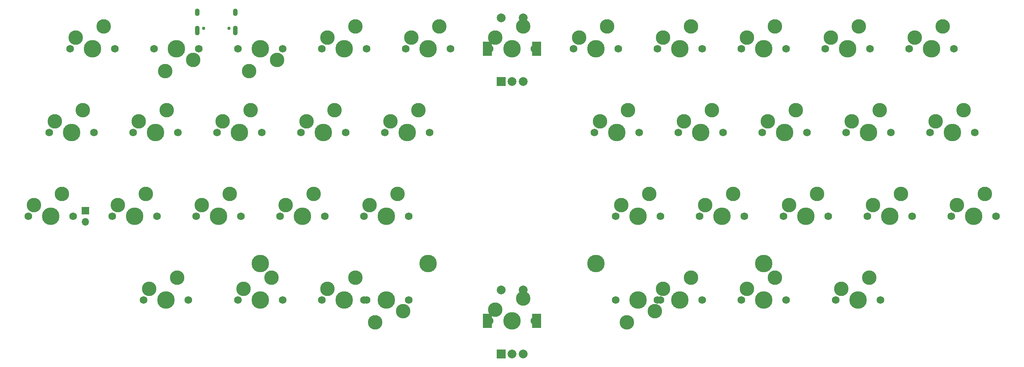
<source format=gbr>
%TF.GenerationSoftware,KiCad,Pcbnew,(7.0.0)*%
%TF.CreationDate,2023-12-07T17:51:03+01:00*%
%TF.ProjectId,Infernum HS,496e6665-726e-4756-9d20-48532e6b6963,rev?*%
%TF.SameCoordinates,Original*%
%TF.FileFunction,Soldermask,Top*%
%TF.FilePolarity,Negative*%
%FSLAX46Y46*%
G04 Gerber Fmt 4.6, Leading zero omitted, Abs format (unit mm)*
G04 Created by KiCad (PCBNEW (7.0.0)) date 2023-12-07 17:51:03*
%MOMM*%
%LPD*%
G01*
G04 APERTURE LIST*
%ADD10R,2.000000X2.000000*%
%ADD11C,2.000000*%
%ADD12R,2.000000X3.200000*%
%ADD13C,3.987800*%
%ADD14C,1.750000*%
%ADD15C,3.300000*%
%ADD16R,1.700000X1.700000*%
%ADD17O,1.700000X1.700000*%
%ADD18C,0.750000*%
%ADD19O,1.100000X1.700000*%
%ADD20O,1.100000X2.200000*%
G04 APERTURE END LIST*
D10*
%TO.C,SW1*%
X155456249Y-99574999D03*
D11*
X160456250Y-99575000D03*
X157956250Y-99575000D03*
D12*
X152356249Y-92074999D03*
X163556249Y-92074999D03*
D11*
X160456250Y-85075000D03*
X155456250Y-85075000D03*
%TD*%
D10*
%TO.C,SW2*%
X155456249Y-161487499D03*
D11*
X160456250Y-161487500D03*
X157956250Y-161487500D03*
D12*
X152356249Y-153987499D03*
X163556249Y-153987499D03*
D11*
X160456250Y-146987500D03*
X155456250Y-146987500D03*
%TD*%
D13*
%TO.C,S4*%
X138906250Y-140970000D03*
X100806250Y-140970000D03*
%TD*%
%TO.C,S3*%
X215106250Y-140970000D03*
X177006250Y-140970000D03*
%TD*%
D14*
%TO.C,MX31*%
X267811250Y-130175000D03*
D13*
X262731250Y-130175000D03*
D14*
X257651250Y-130175000D03*
D15*
X258921250Y-127635000D03*
X265271250Y-125095000D03*
%TD*%
D14*
%TO.C,MX7*%
X182086250Y-92075000D03*
D13*
X177006250Y-92075000D03*
D14*
X171926250Y-92075000D03*
D15*
X173196250Y-89535000D03*
X179546250Y-86995000D03*
%TD*%
D14*
%TO.C,MX61*%
X181451250Y-149225000D03*
D13*
X186531250Y-149225000D03*
D14*
X191611250Y-149225000D03*
D15*
X190341250Y-151765000D03*
X183991250Y-154305000D03*
%TD*%
D14*
%TO.C,MX22*%
X58261250Y-130175000D03*
D13*
X53181250Y-130175000D03*
D14*
X48101250Y-130175000D03*
D15*
X49371250Y-127635000D03*
X55721250Y-125095000D03*
%TD*%
D14*
%TO.C,MX11*%
X258286250Y-92075000D03*
D13*
X253206250Y-92075000D03*
D14*
X248126250Y-92075000D03*
D15*
X249396250Y-89535000D03*
X255746250Y-86995000D03*
%TD*%
D14*
%TO.C,MX3*%
X95726250Y-92075000D03*
D13*
X100806250Y-92075000D03*
D14*
X105886250Y-92075000D03*
D15*
X104616250Y-94615000D03*
X98266250Y-97155000D03*
%TD*%
D14*
%TO.C,MX13*%
X82073750Y-111125000D03*
D13*
X76993750Y-111125000D03*
D14*
X71913750Y-111125000D03*
D15*
X73183750Y-108585000D03*
X79533750Y-106045000D03*
%TD*%
D14*
%TO.C,MX23*%
X77311250Y-130175000D03*
D13*
X72231250Y-130175000D03*
D14*
X67151250Y-130175000D03*
D15*
X68421250Y-127635000D03*
X74771250Y-125095000D03*
%TD*%
D14*
%TO.C,MX20*%
X243998750Y-111125000D03*
D13*
X238918750Y-111125000D03*
D14*
X233838750Y-111125000D03*
D15*
X235108750Y-108585000D03*
X241458750Y-106045000D03*
%TD*%
D14*
%TO.C,MX12*%
X63023750Y-111125000D03*
D13*
X57943750Y-111125000D03*
D14*
X52863750Y-111125000D03*
D15*
X54133750Y-108585000D03*
X60483750Y-106045000D03*
%TD*%
D14*
%TO.C,MX9*%
X220186250Y-92075000D03*
D13*
X215106250Y-92075000D03*
D14*
X210026250Y-92075000D03*
D15*
X211296250Y-89535000D03*
X217646250Y-86995000D03*
%TD*%
D14*
%TO.C,MX2*%
X76676250Y-92075000D03*
D13*
X81756250Y-92075000D03*
D14*
X86836250Y-92075000D03*
D15*
X85566250Y-94615000D03*
X79216250Y-97155000D03*
%TD*%
D14*
%TO.C,MX4*%
X124936250Y-92075000D03*
D13*
X119856250Y-92075000D03*
D14*
X114776250Y-92075000D03*
D15*
X116046250Y-89535000D03*
X122396250Y-86995000D03*
%TD*%
D14*
%TO.C,MX29*%
X229711250Y-130175000D03*
D13*
X224631250Y-130175000D03*
D14*
X219551250Y-130175000D03*
D15*
X220821250Y-127635000D03*
X227171250Y-125095000D03*
%TD*%
D14*
%TO.C,MX8*%
X201136250Y-92075000D03*
D13*
X196056250Y-92075000D03*
D14*
X190976250Y-92075000D03*
D15*
X192246250Y-89535000D03*
X198596250Y-86995000D03*
%TD*%
D14*
%TO.C,MX59*%
X124301250Y-149225000D03*
D13*
X129381250Y-149225000D03*
D14*
X134461250Y-149225000D03*
D15*
X133191250Y-151765000D03*
X126841250Y-154305000D03*
%TD*%
D14*
%TO.C,MX57*%
X84455000Y-149225000D03*
D13*
X79375000Y-149225000D03*
D14*
X74295000Y-149225000D03*
D15*
X75565000Y-146685000D03*
X81915000Y-144145000D03*
%TD*%
D14*
%TO.C,MX24*%
X96361250Y-130175000D03*
D13*
X91281250Y-130175000D03*
D14*
X86201250Y-130175000D03*
D15*
X87471250Y-127635000D03*
X93821250Y-125095000D03*
%TD*%
D14*
%TO.C,MX28*%
X210661250Y-130175000D03*
D13*
X205581250Y-130175000D03*
D14*
X200501250Y-130175000D03*
D15*
X201771250Y-127635000D03*
X208121250Y-125095000D03*
%TD*%
D14*
%TO.C,MX5*%
X143986250Y-92075000D03*
D13*
X138906250Y-92075000D03*
D14*
X133826250Y-92075000D03*
D15*
X135096250Y-89535000D03*
X141446250Y-86995000D03*
%TD*%
D14*
%TO.C,MX25*%
X115411250Y-130175000D03*
D13*
X110331250Y-130175000D03*
D14*
X105251250Y-130175000D03*
D15*
X106521250Y-127635000D03*
X112871250Y-125095000D03*
%TD*%
D14*
%TO.C,MX21*%
X263048750Y-111125000D03*
D13*
X257968750Y-111125000D03*
D14*
X252888750Y-111125000D03*
D15*
X254158750Y-108585000D03*
X260508750Y-106045000D03*
%TD*%
D14*
%TO.C,MX19*%
X224948750Y-111125000D03*
D13*
X219868750Y-111125000D03*
D14*
X214788750Y-111125000D03*
D15*
X216058750Y-108585000D03*
X222408750Y-106045000D03*
%TD*%
D14*
%TO.C,MX17*%
X186848750Y-111125000D03*
D13*
X181768750Y-111125000D03*
D14*
X176688750Y-111125000D03*
D15*
X177958750Y-108585000D03*
X184308750Y-106045000D03*
%TD*%
D14*
%TO.C,MX15*%
X120173750Y-111125000D03*
D13*
X115093750Y-111125000D03*
D14*
X110013750Y-111125000D03*
D15*
X111283750Y-108585000D03*
X117633750Y-106045000D03*
%TD*%
D14*
%TO.C,MX60*%
X124936250Y-149225000D03*
D13*
X119856250Y-149225000D03*
D14*
X114776250Y-149225000D03*
D15*
X116046250Y-146685000D03*
X122396250Y-144145000D03*
%TD*%
D14*
%TO.C,MX62*%
X201136250Y-149225000D03*
D13*
X196056250Y-149225000D03*
D14*
X190976250Y-149225000D03*
D15*
X192246250Y-146685000D03*
X198596250Y-144145000D03*
%TD*%
D14*
%TO.C,MX10*%
X239236250Y-92075000D03*
D13*
X234156250Y-92075000D03*
D14*
X229076250Y-92075000D03*
D15*
X230346250Y-89535000D03*
X236696250Y-86995000D03*
%TD*%
D14*
%TO.C,MX18*%
X205898750Y-111125000D03*
D13*
X200818750Y-111125000D03*
D14*
X195738750Y-111125000D03*
D15*
X197008750Y-108585000D03*
X203358750Y-106045000D03*
%TD*%
D16*
%TO.C,SW5*%
X61093749Y-128924999D03*
D17*
X61093749Y-131464999D03*
%TD*%
D14*
%TO.C,MX35*%
X163036250Y-153987500D03*
D13*
X157956250Y-153987500D03*
D14*
X152876250Y-153987500D03*
D15*
X154146250Y-151447500D03*
X160496250Y-148907500D03*
%TD*%
D14*
%TO.C,MX1*%
X67786250Y-92075000D03*
D13*
X62706250Y-92075000D03*
D14*
X57626250Y-92075000D03*
D15*
X58896250Y-89535000D03*
X65246250Y-86995000D03*
%TD*%
D18*
%TO.C,USB1*%
X87889600Y-87428400D03*
X93669600Y-87428400D03*
D19*
X86459599Y-83778399D03*
D20*
X86459599Y-87958399D03*
D19*
X95099599Y-83778399D03*
D20*
X95099599Y-87958399D03*
%TD*%
D14*
%TO.C,MX56*%
X220186250Y-149225000D03*
D13*
X215106250Y-149225000D03*
D14*
X210026250Y-149225000D03*
D15*
X211296250Y-146685000D03*
X217646250Y-144145000D03*
%TD*%
D14*
%TO.C,MX27*%
X191611250Y-130175000D03*
D13*
X186531250Y-130175000D03*
D14*
X181451250Y-130175000D03*
D15*
X182721250Y-127635000D03*
X189071250Y-125095000D03*
%TD*%
D14*
%TO.C,MX55*%
X105886250Y-149225000D03*
D13*
X100806250Y-149225000D03*
D14*
X95726250Y-149225000D03*
D15*
X96996250Y-146685000D03*
X103346250Y-144145000D03*
%TD*%
D14*
%TO.C,MX16*%
X139223750Y-111125000D03*
D13*
X134143750Y-111125000D03*
D14*
X129063750Y-111125000D03*
D15*
X130333750Y-108585000D03*
X136683750Y-106045000D03*
%TD*%
D14*
%TO.C,MX30*%
X248761250Y-130175000D03*
D13*
X243681250Y-130175000D03*
D14*
X238601250Y-130175000D03*
D15*
X239871250Y-127635000D03*
X246221250Y-125095000D03*
%TD*%
D14*
%TO.C,MX26*%
X134461250Y-130175000D03*
D13*
X129381250Y-130175000D03*
D14*
X124301250Y-130175000D03*
D15*
X125571250Y-127635000D03*
X131921250Y-125095000D03*
%TD*%
D14*
%TO.C,MX14*%
X101123750Y-111125000D03*
D13*
X96043750Y-111125000D03*
D14*
X90963750Y-111125000D03*
D15*
X92233750Y-108585000D03*
X98583750Y-106045000D03*
%TD*%
D14*
%TO.C,MX58*%
X241617500Y-149225000D03*
D13*
X236537500Y-149225000D03*
D14*
X231457500Y-149225000D03*
D15*
X232727500Y-146685000D03*
X239077500Y-144145000D03*
%TD*%
D14*
%TO.C,MX6*%
X163036250Y-92075000D03*
D13*
X157956250Y-92075000D03*
D14*
X152876250Y-92075000D03*
D15*
X154146250Y-89535000D03*
X160496250Y-86995000D03*
%TD*%
M02*

</source>
